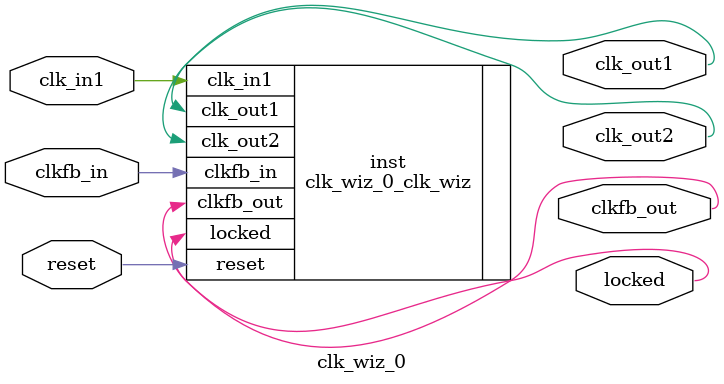
<source format=v>


`timescale 1ps/1ps

(* CORE_GENERATION_INFO = "clk_wiz_0,clk_wiz_v6_0_0_0,{component_name=clk_wiz_0,use_phase_alignment=true,use_min_o_jitter=false,use_max_i_jitter=false,use_dyn_phase_shift=false,use_inclk_switchover=false,use_dyn_reconfig=false,enable_axi=0,feedback_source=FDBK_ONCHIP,PRIMITIVE=PLL,num_out_clk=2,clkin1_period=13.468,clkin2_period=10.0,use_power_down=false,use_reset=true,use_locked=true,use_inclk_stopped=false,feedback_type=SINGLE,CLOCK_MGR_TYPE=NA,manual_override=true}" *)

module clk_wiz_0 
 (
  input         clkfb_in,
  // Clock out ports
  output        clk_out1,
  output        clk_out2,
  output        clkfb_out,
  // Status and control signals
  input         reset,
  output        locked,
 // Clock in ports
  input         clk_in1
 );

  clk_wiz_0_clk_wiz inst
  (
  .clkfb_in(clkfb_in),
  // Clock out ports  
  .clk_out1(clk_out1),
  .clk_out2(clk_out2),
  .clkfb_out(clkfb_out),
  // Status and control signals               
  .reset(reset), 
  .locked(locked),
 // Clock in ports
  .clk_in1(clk_in1)
  );

endmodule

</source>
